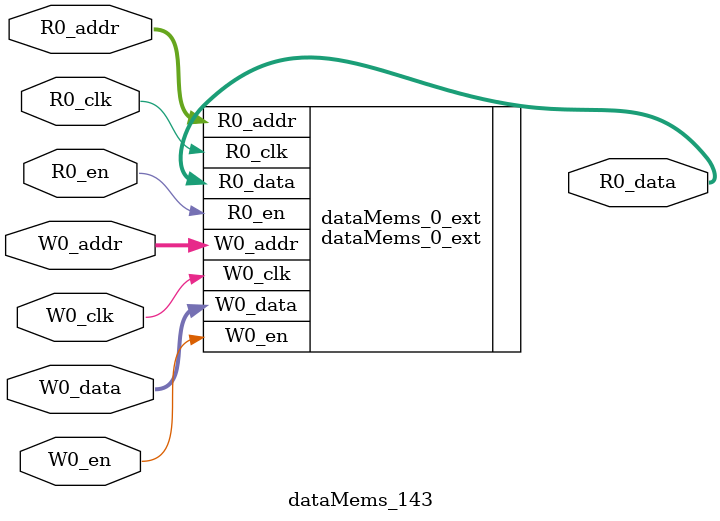
<source format=sv>
`ifndef RANDOMIZE
  `ifdef RANDOMIZE_REG_INIT
    `define RANDOMIZE
  `endif // RANDOMIZE_REG_INIT
`endif // not def RANDOMIZE
`ifndef RANDOMIZE
  `ifdef RANDOMIZE_MEM_INIT
    `define RANDOMIZE
  `endif // RANDOMIZE_MEM_INIT
`endif // not def RANDOMIZE

`ifndef RANDOM
  `define RANDOM $random
`endif // not def RANDOM

// Users can define 'PRINTF_COND' to add an extra gate to prints.
`ifndef PRINTF_COND_
  `ifdef PRINTF_COND
    `define PRINTF_COND_ (`PRINTF_COND)
  `else  // PRINTF_COND
    `define PRINTF_COND_ 1
  `endif // PRINTF_COND
`endif // not def PRINTF_COND_

// Users can define 'ASSERT_VERBOSE_COND' to add an extra gate to assert error printing.
`ifndef ASSERT_VERBOSE_COND_
  `ifdef ASSERT_VERBOSE_COND
    `define ASSERT_VERBOSE_COND_ (`ASSERT_VERBOSE_COND)
  `else  // ASSERT_VERBOSE_COND
    `define ASSERT_VERBOSE_COND_ 1
  `endif // ASSERT_VERBOSE_COND
`endif // not def ASSERT_VERBOSE_COND_

// Users can define 'STOP_COND' to add an extra gate to stop conditions.
`ifndef STOP_COND_
  `ifdef STOP_COND
    `define STOP_COND_ (`STOP_COND)
  `else  // STOP_COND
    `define STOP_COND_ 1
  `endif // STOP_COND
`endif // not def STOP_COND_

// Users can define INIT_RANDOM as general code that gets injected into the
// initializer block for modules with registers.
`ifndef INIT_RANDOM
  `define INIT_RANDOM
`endif // not def INIT_RANDOM

// If using random initialization, you can also define RANDOMIZE_DELAY to
// customize the delay used, otherwise 0.002 is used.
`ifndef RANDOMIZE_DELAY
  `define RANDOMIZE_DELAY 0.002
`endif // not def RANDOMIZE_DELAY

// Define INIT_RANDOM_PROLOG_ for use in our modules below.
`ifndef INIT_RANDOM_PROLOG_
  `ifdef RANDOMIZE
    `ifdef VERILATOR
      `define INIT_RANDOM_PROLOG_ `INIT_RANDOM
    `else  // VERILATOR
      `define INIT_RANDOM_PROLOG_ `INIT_RANDOM #`RANDOMIZE_DELAY begin end
    `endif // VERILATOR
  `else  // RANDOMIZE
    `define INIT_RANDOM_PROLOG_
  `endif // RANDOMIZE
`endif // not def INIT_RANDOM_PROLOG_

// Include register initializers in init blocks unless synthesis is set
`ifndef SYNTHESIS
  `ifndef ENABLE_INITIAL_REG_
    `define ENABLE_INITIAL_REG_
  `endif // not def ENABLE_INITIAL_REG_
`endif // not def SYNTHESIS

// Include rmemory initializers in init blocks unless synthesis is set
`ifndef SYNTHESIS
  `ifndef ENABLE_INITIAL_MEM_
    `define ENABLE_INITIAL_MEM_
  `endif // not def ENABLE_INITIAL_MEM_
`endif // not def SYNTHESIS

module dataMems_143(	// @[generators/ara/src/main/scala/UnsafeAXI4ToTL.scala:365:62]
  input  [4:0]  R0_addr,
  input         R0_en,
  input         R0_clk,
  output [66:0] R0_data,
  input  [4:0]  W0_addr,
  input         W0_en,
  input         W0_clk,
  input  [66:0] W0_data
);

  dataMems_0_ext dataMems_0_ext (	// @[generators/ara/src/main/scala/UnsafeAXI4ToTL.scala:365:62]
    .R0_addr (R0_addr),
    .R0_en   (R0_en),
    .R0_clk  (R0_clk),
    .R0_data (R0_data),
    .W0_addr (W0_addr),
    .W0_en   (W0_en),
    .W0_clk  (W0_clk),
    .W0_data (W0_data)
  );
endmodule


</source>
